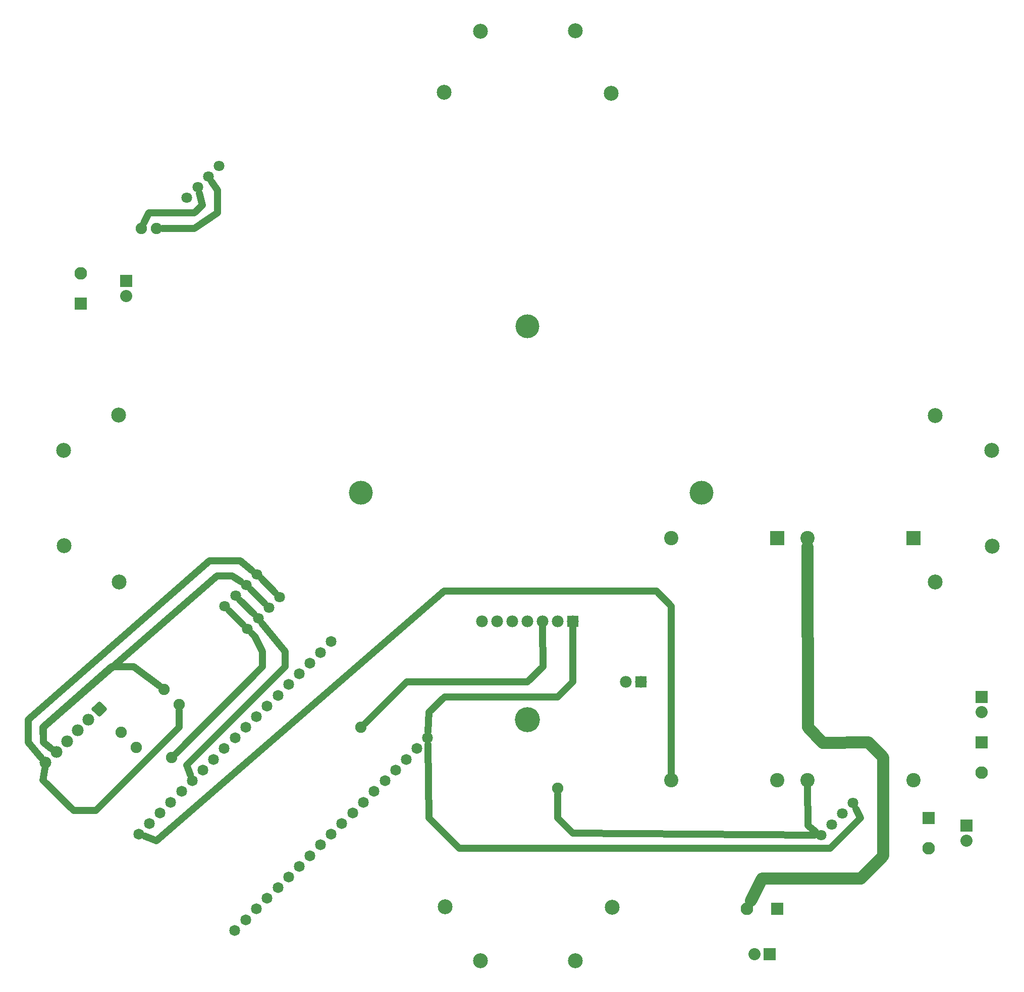
<source format=gbl>
G04 MADE WITH FRITZING*
G04 WWW.FRITZING.ORG*
G04 DOUBLE SIDED*
G04 HOLES PLATED*
G04 CONTOUR ON CENTER OF CONTOUR VECTOR*
%ASAXBY*%
%FSLAX23Y23*%
%MOIN*%
%OFA0B0*%
%SFA1.0B1.0*%
%ADD10C,0.098425*%
%ADD11C,0.071858*%
%ADD12C,0.075433*%
%ADD13C,0.071000*%
%ADD14C,0.070972*%
%ADD15C,0.075000*%
%ADD16C,0.078000*%
%ADD17C,0.094488*%
%ADD18C,0.083307*%
%ADD19C,0.080000*%
%ADD20C,0.157480*%
%ADD21C,0.165354*%
%ADD22R,0.078000X0.078000*%
%ADD23R,0.083307X0.083307*%
%ADD24R,0.080000X0.080000*%
%ADD25C,0.048000*%
%ADD26C,0.020000*%
%ADD27R,0.001000X0.001000*%
%LNCOPPER0*%
G90*
G70*
G54D10*
X874Y4241D03*
G54D11*
X2643Y2977D03*
X2572Y2906D03*
X2502Y2835D03*
X2431Y2764D03*
X2361Y2694D03*
X2290Y2623D03*
X2219Y2552D03*
X2148Y2482D03*
X2077Y2411D03*
X2007Y2341D03*
X1936Y2270D03*
X1865Y2199D03*
X1795Y2128D03*
X1724Y2057D03*
X1654Y1987D03*
X1583Y1916D03*
X1512Y1846D03*
X1441Y1775D03*
X1370Y1704D03*
X2006Y1068D03*
X2077Y1139D03*
X2148Y1210D03*
X2219Y1280D03*
X2290Y1351D03*
X2360Y1421D03*
X2431Y1492D03*
X2501Y1563D03*
X2572Y1634D03*
X2643Y1705D03*
X2713Y1775D03*
X2784Y1846D03*
X2855Y1916D03*
X2926Y1987D03*
X2997Y2058D03*
X3067Y2128D03*
X3138Y2199D03*
X3208Y2270D03*
X3279Y2341D03*
G54D12*
X4139Y2009D03*
X2839Y2411D03*
G54D13*
X1901Y6123D03*
X1830Y6052D03*
G54D14*
X1760Y5982D03*
X1689Y5911D03*
G54D13*
X2151Y3423D03*
X2080Y3352D03*
G54D14*
X2010Y3282D03*
X1939Y3211D03*
G54D13*
X2301Y3273D03*
X2230Y3202D03*
G54D14*
X2160Y3132D03*
X2089Y3061D03*
G54D13*
X5877Y1699D03*
X5947Y1769D03*
G54D14*
X6018Y1840D03*
X6089Y1911D03*
G54D15*
X1256Y2378D03*
X1539Y2661D03*
X1356Y2278D03*
X1639Y2561D03*
G54D12*
X1389Y5709D03*
X1488Y5709D03*
G54D16*
X4039Y3111D03*
X3939Y3111D03*
X3839Y3111D03*
X3739Y3111D03*
X3639Y3111D03*
X4689Y2711D03*
X4589Y2711D03*
X4239Y3111D03*
X4139Y3111D03*
X1110Y2532D03*
X1039Y2461D03*
X968Y2390D03*
X897Y2319D03*
X827Y2249D03*
X756Y2178D03*
G54D12*
X1589Y2211D03*
G54D17*
X5589Y3661D03*
X4889Y3661D03*
X4889Y2061D03*
X5589Y2061D03*
X6489Y3661D03*
X5789Y3661D03*
X5789Y2061D03*
X6489Y2061D03*
G54D18*
X6589Y1811D03*
X6589Y1611D03*
X6939Y2311D03*
X6939Y2111D03*
X989Y5211D03*
X989Y5411D03*
X5589Y1211D03*
X5389Y1211D03*
G54D19*
X5539Y911D03*
X5439Y911D03*
X6839Y1761D03*
X6839Y1661D03*
X6939Y2611D03*
X6939Y2511D03*
X1289Y5361D03*
X1289Y5261D03*
G54D20*
X5089Y3961D03*
X2839Y3961D03*
G54D21*
X3939Y2461D03*
G54D20*
X3939Y5061D03*
G54D10*
X877Y3610D03*
X4498Y1221D03*
X4256Y869D03*
X3627Y867D03*
X3395Y1225D03*
X4492Y6603D03*
X4255Y7014D03*
X3389Y6607D03*
X3627Y7011D03*
X7009Y3609D03*
X7006Y4240D03*
X6633Y3370D03*
X6630Y4472D03*
X1241Y3373D03*
X1239Y4476D03*
G54D22*
X4689Y2711D03*
X4239Y3111D03*
G54D23*
X6589Y1811D03*
X6939Y2311D03*
X989Y5211D03*
X5589Y1211D03*
G54D24*
X5539Y911D03*
X6839Y1761D03*
X6939Y2611D03*
X1289Y5361D03*
G54D25*
X4239Y3070D02*
X4238Y2712D01*
D02*
X4138Y2611D02*
X3390Y2611D01*
D02*
X4238Y2712D02*
X4138Y2611D01*
D02*
X3289Y2511D02*
X3282Y2382D01*
D02*
X3390Y2611D02*
X3289Y2511D01*
D02*
X3140Y2712D02*
X2867Y2439D01*
D02*
X3939Y2712D02*
X3140Y2712D01*
D02*
X4040Y2810D02*
X3939Y2712D01*
D02*
X4039Y3070D02*
X4040Y2810D01*
D02*
X1968Y3181D02*
X2059Y3090D01*
D02*
X2130Y3161D02*
X2039Y3252D01*
D02*
X2201Y3232D02*
X2110Y3323D01*
D02*
X2272Y3303D02*
X2181Y3394D01*
D02*
X1737Y5812D02*
X1439Y5812D01*
D02*
X1439Y5812D02*
X1406Y5745D01*
D02*
X1791Y5862D02*
X1737Y5812D01*
D02*
X1770Y5941D02*
X1791Y5862D01*
D02*
X1890Y5962D02*
X1853Y6018D01*
D02*
X1890Y5812D02*
X1890Y5962D01*
D02*
X1737Y5709D02*
X1890Y5812D01*
D02*
X1528Y5709D02*
X1737Y5709D01*
D02*
X6107Y1873D02*
X6138Y1810D01*
D02*
X6138Y1810D02*
X5939Y1611D01*
D02*
X5939Y1611D02*
X3488Y1611D01*
D02*
X3488Y1611D02*
X3289Y1810D01*
D02*
X3289Y1810D02*
X3280Y2299D01*
D02*
X1889Y3412D02*
X740Y2411D01*
D02*
X740Y2411D02*
X740Y2310D01*
D02*
X1988Y3411D02*
X1889Y3412D01*
D02*
X740Y2310D02*
X793Y2273D01*
D02*
X2045Y3375D02*
X1988Y3411D01*
D02*
X4138Y1811D02*
X4138Y1969D01*
D02*
X4239Y1710D02*
X4138Y1811D01*
D02*
X5835Y1699D02*
X4239Y1710D01*
D02*
X1190Y2811D02*
X1338Y2811D01*
D02*
X1338Y2811D02*
X1507Y2685D01*
D02*
X738Y2410D02*
X1190Y2811D01*
D02*
X740Y2310D02*
X738Y2410D01*
D02*
X793Y2272D02*
X740Y2310D01*
D02*
X2338Y2912D02*
X2338Y2811D01*
D02*
X2338Y2811D02*
X1688Y2161D01*
D02*
X2186Y3099D02*
X2338Y2912D01*
D02*
X1688Y2161D02*
X1710Y2097D01*
D02*
X1639Y2410D02*
X1089Y1860D01*
D02*
X1089Y1860D02*
X940Y1860D01*
D02*
X1639Y2521D02*
X1639Y2410D01*
D02*
X940Y1860D02*
X738Y2062D01*
D02*
X738Y2062D02*
X750Y2137D01*
D02*
X640Y2460D02*
X640Y2312D01*
D02*
X640Y2312D02*
X729Y2209D01*
D02*
X1838Y3510D02*
X640Y2460D01*
D02*
X2040Y3510D02*
X1838Y3510D01*
D02*
X2118Y3449D02*
X2040Y3510D01*
D02*
X1617Y2239D02*
X2189Y2811D01*
D02*
X2189Y2912D02*
X2139Y3010D01*
D02*
X2189Y2811D02*
X2189Y2912D01*
D02*
X2139Y3010D02*
X2118Y3031D01*
D02*
X5790Y1761D02*
X5843Y1723D01*
D02*
X5789Y2023D02*
X5790Y1761D01*
D02*
X4889Y3211D02*
X4790Y3312D01*
D02*
X3389Y3310D02*
X1488Y1662D01*
D02*
X4790Y3312D02*
X3389Y3310D01*
D02*
X1488Y1662D02*
X1410Y1690D01*
D02*
X4889Y2099D02*
X4889Y3211D01*
G54D19*
D02*
X6288Y2212D02*
X6190Y2311D01*
D02*
X6190Y2311D02*
X5888Y2309D01*
D02*
X6288Y1561D02*
X6288Y2212D01*
D02*
X5888Y2309D02*
X5790Y2411D01*
D02*
X6140Y1413D02*
X6288Y1561D01*
D02*
X5790Y2411D02*
X5789Y3606D01*
D02*
X5489Y1411D02*
X6140Y1413D01*
D02*
X5416Y1265D02*
X5489Y1411D01*
G54D26*
X1151Y2532D02*
X1110Y2491D01*
X1069Y2532D01*
X1110Y2573D01*
X1151Y2532D01*
D02*
G54D27*
X5542Y3708D02*
X5635Y3708D01*
X6442Y3708D02*
X6535Y3708D01*
X5542Y3707D02*
X5635Y3707D01*
X6442Y3707D02*
X6535Y3707D01*
X5542Y3706D02*
X5635Y3706D01*
X6442Y3706D02*
X6535Y3706D01*
X5542Y3705D02*
X5635Y3705D01*
X6442Y3705D02*
X6535Y3705D01*
X5542Y3704D02*
X5635Y3704D01*
X6442Y3704D02*
X6535Y3704D01*
X5542Y3703D02*
X5635Y3703D01*
X6442Y3703D02*
X6535Y3703D01*
X5542Y3702D02*
X5635Y3702D01*
X6442Y3702D02*
X6535Y3702D01*
X5542Y3701D02*
X5635Y3701D01*
X6442Y3701D02*
X6535Y3701D01*
X5542Y3700D02*
X5635Y3700D01*
X6442Y3700D02*
X6535Y3700D01*
X5542Y3699D02*
X5635Y3699D01*
X6442Y3699D02*
X6535Y3699D01*
X5542Y3698D02*
X5635Y3698D01*
X6442Y3698D02*
X6535Y3698D01*
X5542Y3697D02*
X5635Y3697D01*
X6442Y3697D02*
X6535Y3697D01*
X5542Y3696D02*
X5635Y3696D01*
X6442Y3696D02*
X6535Y3696D01*
X5542Y3695D02*
X5635Y3695D01*
X6442Y3695D02*
X6535Y3695D01*
X5542Y3694D02*
X5635Y3694D01*
X6442Y3694D02*
X6535Y3694D01*
X5542Y3693D02*
X5635Y3693D01*
X6442Y3693D02*
X6535Y3693D01*
X5542Y3692D02*
X5635Y3692D01*
X6442Y3692D02*
X6535Y3692D01*
X5542Y3691D02*
X5635Y3691D01*
X6442Y3691D02*
X6535Y3691D01*
X5542Y3690D02*
X5635Y3690D01*
X6442Y3690D02*
X6535Y3690D01*
X5542Y3689D02*
X5635Y3689D01*
X6442Y3689D02*
X6535Y3689D01*
X5542Y3688D02*
X5635Y3688D01*
X6442Y3688D02*
X6535Y3688D01*
X5542Y3687D02*
X5635Y3687D01*
X6442Y3687D02*
X6535Y3687D01*
X5542Y3686D02*
X5635Y3686D01*
X6442Y3686D02*
X6535Y3686D01*
X5542Y3685D02*
X5635Y3685D01*
X6442Y3685D02*
X6535Y3685D01*
X5542Y3684D02*
X5635Y3684D01*
X6442Y3684D02*
X6535Y3684D01*
X5542Y3683D02*
X5635Y3683D01*
X6442Y3683D02*
X6535Y3683D01*
X5542Y3682D02*
X5635Y3682D01*
X6442Y3682D02*
X6535Y3682D01*
X5542Y3681D02*
X5587Y3681D01*
X5590Y3681D02*
X5635Y3681D01*
X6442Y3681D02*
X6487Y3681D01*
X6490Y3681D02*
X6535Y3681D01*
X5542Y3680D02*
X5582Y3680D01*
X5595Y3680D02*
X5635Y3680D01*
X6442Y3680D02*
X6482Y3680D01*
X6495Y3680D02*
X6535Y3680D01*
X5542Y3679D02*
X5579Y3679D01*
X5597Y3679D02*
X5635Y3679D01*
X6442Y3679D02*
X6479Y3679D01*
X6497Y3679D02*
X6535Y3679D01*
X5542Y3678D02*
X5577Y3678D01*
X5599Y3678D02*
X5635Y3678D01*
X6442Y3678D02*
X6477Y3678D01*
X6499Y3678D02*
X6535Y3678D01*
X5542Y3677D02*
X5576Y3677D01*
X5601Y3677D02*
X5635Y3677D01*
X6442Y3677D02*
X6476Y3677D01*
X6501Y3677D02*
X6535Y3677D01*
X5542Y3676D02*
X5575Y3676D01*
X5602Y3676D02*
X5635Y3676D01*
X6442Y3676D02*
X6475Y3676D01*
X6502Y3676D02*
X6535Y3676D01*
X5542Y3675D02*
X5574Y3675D01*
X5603Y3675D02*
X5635Y3675D01*
X6442Y3675D02*
X6474Y3675D01*
X6503Y3675D02*
X6535Y3675D01*
X5542Y3674D02*
X5573Y3674D01*
X5604Y3674D02*
X5635Y3674D01*
X6442Y3674D02*
X6473Y3674D01*
X6504Y3674D02*
X6535Y3674D01*
X5542Y3673D02*
X5572Y3673D01*
X5605Y3673D02*
X5635Y3673D01*
X6442Y3673D02*
X6472Y3673D01*
X6505Y3673D02*
X6535Y3673D01*
X5542Y3672D02*
X5571Y3672D01*
X5605Y3672D02*
X5635Y3672D01*
X6442Y3672D02*
X6471Y3672D01*
X6505Y3672D02*
X6535Y3672D01*
X5542Y3671D02*
X5571Y3671D01*
X5606Y3671D02*
X5635Y3671D01*
X6442Y3671D02*
X6471Y3671D01*
X6506Y3671D02*
X6535Y3671D01*
X5542Y3670D02*
X5570Y3670D01*
X5606Y3670D02*
X5635Y3670D01*
X6442Y3670D02*
X6470Y3670D01*
X6506Y3670D02*
X6535Y3670D01*
X5542Y3669D02*
X5570Y3669D01*
X5607Y3669D02*
X5635Y3669D01*
X6442Y3669D02*
X6470Y3669D01*
X6507Y3669D02*
X6535Y3669D01*
X5542Y3668D02*
X5569Y3668D01*
X5607Y3668D02*
X5635Y3668D01*
X6442Y3668D02*
X6469Y3668D01*
X6507Y3668D02*
X6535Y3668D01*
X5542Y3667D02*
X5569Y3667D01*
X5608Y3667D02*
X5635Y3667D01*
X6442Y3667D02*
X6469Y3667D01*
X6508Y3667D02*
X6535Y3667D01*
X5542Y3666D02*
X5569Y3666D01*
X5608Y3666D02*
X5635Y3666D01*
X6442Y3666D02*
X6469Y3666D01*
X6508Y3666D02*
X6535Y3666D01*
X5542Y3665D02*
X5569Y3665D01*
X5608Y3665D02*
X5635Y3665D01*
X6442Y3665D02*
X6469Y3665D01*
X6508Y3665D02*
X6535Y3665D01*
X5542Y3664D02*
X5568Y3664D01*
X5608Y3664D02*
X5635Y3664D01*
X6442Y3664D02*
X6468Y3664D01*
X6508Y3664D02*
X6535Y3664D01*
X5542Y3663D02*
X5568Y3663D01*
X5608Y3663D02*
X5635Y3663D01*
X6442Y3663D02*
X6468Y3663D01*
X6508Y3663D02*
X6535Y3663D01*
X5542Y3662D02*
X5568Y3662D01*
X5608Y3662D02*
X5635Y3662D01*
X6442Y3662D02*
X6468Y3662D01*
X6508Y3662D02*
X6535Y3662D01*
X5542Y3661D02*
X5568Y3661D01*
X5609Y3661D02*
X5635Y3661D01*
X6442Y3661D02*
X6468Y3661D01*
X6509Y3661D02*
X6535Y3661D01*
X5542Y3660D02*
X5568Y3660D01*
X5608Y3660D02*
X5635Y3660D01*
X6442Y3660D02*
X6468Y3660D01*
X6508Y3660D02*
X6535Y3660D01*
X5542Y3659D02*
X5568Y3659D01*
X5608Y3659D02*
X5635Y3659D01*
X6442Y3659D02*
X6468Y3659D01*
X6508Y3659D02*
X6535Y3659D01*
X5542Y3658D02*
X5569Y3658D01*
X5608Y3658D02*
X5635Y3658D01*
X6442Y3658D02*
X6469Y3658D01*
X6508Y3658D02*
X6535Y3658D01*
X5542Y3657D02*
X5569Y3657D01*
X5608Y3657D02*
X5635Y3657D01*
X6442Y3657D02*
X6469Y3657D01*
X6508Y3657D02*
X6535Y3657D01*
X5542Y3656D02*
X5569Y3656D01*
X5608Y3656D02*
X5635Y3656D01*
X6442Y3656D02*
X6469Y3656D01*
X6508Y3656D02*
X6535Y3656D01*
X5542Y3655D02*
X5569Y3655D01*
X5607Y3655D02*
X5635Y3655D01*
X6442Y3655D02*
X6469Y3655D01*
X6507Y3655D02*
X6535Y3655D01*
X5542Y3654D02*
X5570Y3654D01*
X5607Y3654D02*
X5635Y3654D01*
X6442Y3654D02*
X6470Y3654D01*
X6507Y3654D02*
X6535Y3654D01*
X5542Y3653D02*
X5570Y3653D01*
X5607Y3653D02*
X5635Y3653D01*
X6442Y3653D02*
X6470Y3653D01*
X6507Y3653D02*
X6535Y3653D01*
X5542Y3652D02*
X5571Y3652D01*
X5606Y3652D02*
X5635Y3652D01*
X6442Y3652D02*
X6471Y3652D01*
X6506Y3652D02*
X6535Y3652D01*
X5542Y3651D02*
X5571Y3651D01*
X5606Y3651D02*
X5635Y3651D01*
X6442Y3651D02*
X6471Y3651D01*
X6506Y3651D02*
X6535Y3651D01*
X5542Y3650D02*
X5572Y3650D01*
X5605Y3650D02*
X5635Y3650D01*
X6442Y3650D02*
X6472Y3650D01*
X6505Y3650D02*
X6535Y3650D01*
X5542Y3649D02*
X5573Y3649D01*
X5604Y3649D02*
X5635Y3649D01*
X6442Y3649D02*
X6473Y3649D01*
X6504Y3649D02*
X6535Y3649D01*
X5542Y3648D02*
X5574Y3648D01*
X5603Y3648D02*
X5635Y3648D01*
X6442Y3648D02*
X6474Y3648D01*
X6503Y3648D02*
X6535Y3648D01*
X5542Y3647D02*
X5575Y3647D01*
X5602Y3647D02*
X5635Y3647D01*
X6442Y3647D02*
X6475Y3647D01*
X6502Y3647D02*
X6535Y3647D01*
X5542Y3646D02*
X5576Y3646D01*
X5601Y3646D02*
X5635Y3646D01*
X6442Y3646D02*
X6476Y3646D01*
X6501Y3646D02*
X6535Y3646D01*
X5542Y3645D02*
X5577Y3645D01*
X5600Y3645D02*
X5635Y3645D01*
X6442Y3645D02*
X6477Y3645D01*
X6500Y3645D02*
X6535Y3645D01*
X5542Y3644D02*
X5579Y3644D01*
X5598Y3644D02*
X5635Y3644D01*
X6442Y3644D02*
X6479Y3644D01*
X6498Y3644D02*
X6535Y3644D01*
X5542Y3643D02*
X5581Y3643D01*
X5596Y3643D02*
X5635Y3643D01*
X6442Y3643D02*
X6481Y3643D01*
X6496Y3643D02*
X6535Y3643D01*
X5542Y3642D02*
X5585Y3642D01*
X5592Y3642D02*
X5635Y3642D01*
X6442Y3642D02*
X6485Y3642D01*
X6492Y3642D02*
X6535Y3642D01*
X5542Y3641D02*
X5635Y3641D01*
X6442Y3641D02*
X6535Y3641D01*
X5542Y3640D02*
X5635Y3640D01*
X6442Y3640D02*
X6535Y3640D01*
X5542Y3639D02*
X5635Y3639D01*
X6442Y3639D02*
X6535Y3639D01*
X5542Y3638D02*
X5635Y3638D01*
X6442Y3638D02*
X6535Y3638D01*
X5542Y3637D02*
X5635Y3637D01*
X6442Y3637D02*
X6535Y3637D01*
X5542Y3636D02*
X5635Y3636D01*
X6442Y3636D02*
X6535Y3636D01*
X5542Y3635D02*
X5635Y3635D01*
X6442Y3635D02*
X6535Y3635D01*
X5542Y3634D02*
X5635Y3634D01*
X6442Y3634D02*
X6535Y3634D01*
X5542Y3633D02*
X5635Y3633D01*
X6442Y3633D02*
X6535Y3633D01*
X5542Y3632D02*
X5635Y3632D01*
X6442Y3632D02*
X6535Y3632D01*
X5542Y3631D02*
X5635Y3631D01*
X6442Y3631D02*
X6535Y3631D01*
X5542Y3630D02*
X5635Y3630D01*
X6442Y3630D02*
X6535Y3630D01*
X5542Y3629D02*
X5635Y3629D01*
X6442Y3629D02*
X6535Y3629D01*
X5542Y3628D02*
X5635Y3628D01*
X6442Y3628D02*
X6535Y3628D01*
X5542Y3627D02*
X5635Y3627D01*
X6442Y3627D02*
X6535Y3627D01*
X5542Y3626D02*
X5635Y3626D01*
X6442Y3626D02*
X6535Y3626D01*
X5542Y3625D02*
X5635Y3625D01*
X6442Y3625D02*
X6535Y3625D01*
X5542Y3624D02*
X5635Y3624D01*
X6442Y3624D02*
X6535Y3624D01*
X5542Y3623D02*
X5635Y3623D01*
X6442Y3623D02*
X6535Y3623D01*
X5542Y3622D02*
X5635Y3622D01*
X6442Y3622D02*
X6535Y3622D01*
X5542Y3621D02*
X5635Y3621D01*
X6442Y3621D02*
X6535Y3621D01*
X5542Y3620D02*
X5635Y3620D01*
X6442Y3620D02*
X6535Y3620D01*
X5542Y3619D02*
X5635Y3619D01*
X6442Y3619D02*
X6535Y3619D01*
X5542Y3618D02*
X5635Y3618D01*
X6442Y3618D02*
X6535Y3618D01*
X5542Y3617D02*
X5635Y3617D01*
X6442Y3617D02*
X6535Y3617D01*
X5542Y3616D02*
X5635Y3616D01*
X6442Y3616D02*
X6535Y3616D01*
X5542Y3615D02*
X5635Y3615D01*
X6442Y3615D02*
X6535Y3615D01*
D02*
G04 End of Copper0*
M02*
</source>
